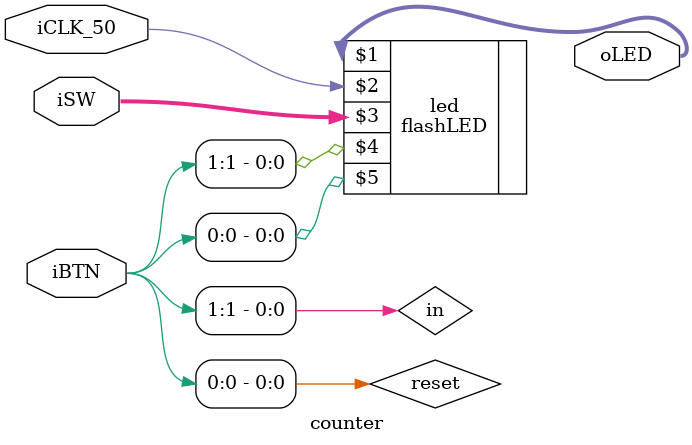
<source format=v>
`timescale 1ns / 1ps

module counter(oLED, iSW, iCLK_50, iBTN);
	input iCLK_50;
	input [3:0] iSW;
	input [1:0] iBTN;
	output [7:0] oLED;
	wire reset;
	wire in;
	assign reset = iBTN[0];
	assign in = iBTN[1];

	flashLED led(oLED, iCLK_50, iSW, in, reset);
endmodule

</source>
